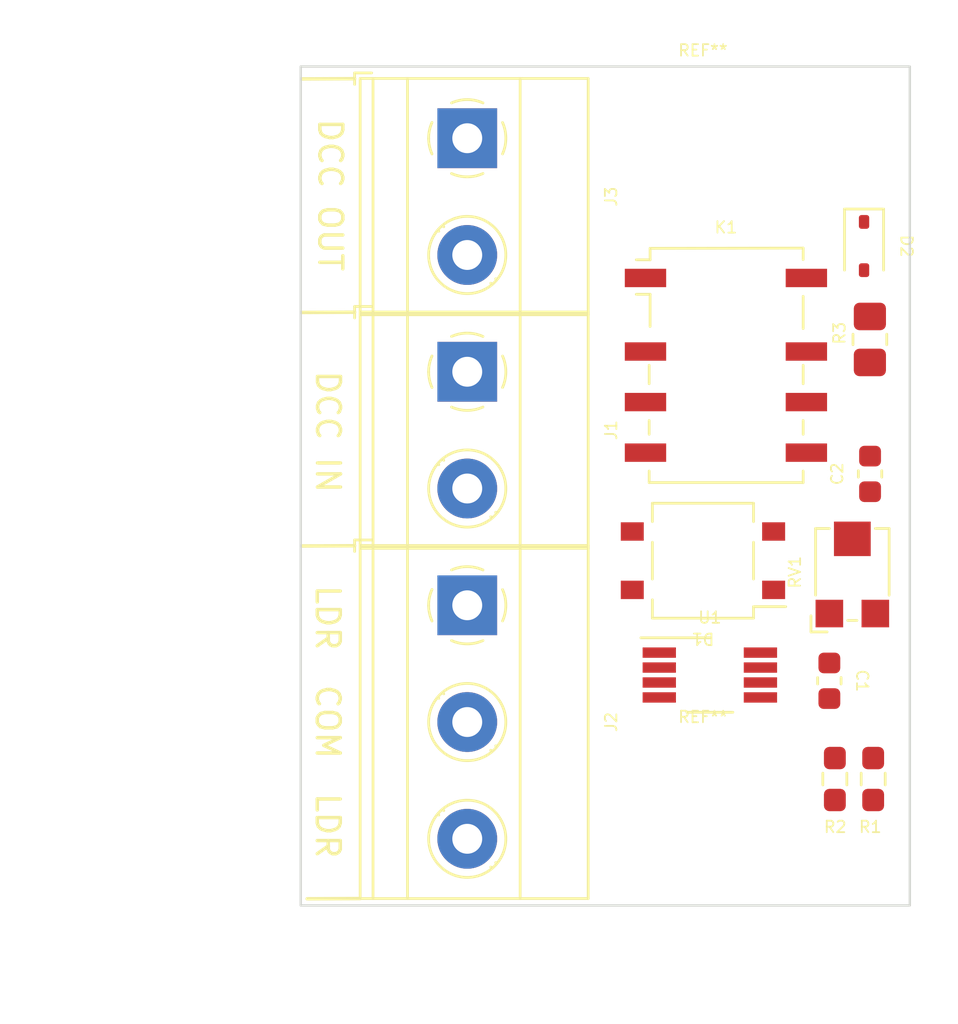
<source format=kicad_pcb>
(kicad_pcb (version 20221018) (generator pcbnew)
  (layers (0 "F.Cu" signal) (31 "B.Cu" signal) (34 "B.Paste" user) (35 "F.Paste" user) (36 "B.SilkS" user "B.Silkscreen") (37 "F.SilkS" user "F.Silkscreen") (38 "B.Mask" user) (39 "F.Mask" user) (44 "Edge.Cuts" user))
  (net 0 "")
  (net 1 "GND")
  (net 2 "/Vadj")
  (net 3 "VCC")
  (net 4 "Net-(D2-K)")
  (net 5 "Net-(D2-A)")
  (net 6 "Net-(J2-Pin_1)")
  (net 7 "Net-(J2-Pin_3)")
  (net 8 "/DCC_IN_B")
  (net 9 "/DCC_IN_A")
  (net 10 "/DCC_OUT_A")
  (net 11 "/DCC_OUT_B")
  (footprint "Package_TO_SOT_SMD:TO-269AA" (layer "F.Cu") (at 192.5 153 180)
    (fp_text reference "D1" (at 0 -3.4 180 unlocked) (layer "F.SilkS") (effects (font (size 0.5 0.5) (thickness 0.075))))
    (fp_text value "MB10S")
    (fp_line (start -2.2 -2.5) (end -2.2 -2) (stroke (width 0.12)) (layer "F.SilkS"))
    (fp_line (start -2.2 -2) (end -3.6 -2) (stroke (width 0.12)) (layer "F.SilkS"))
    (fp_line (start -2.2 -0.8) (end -2.2 0.8) (stroke (width 0.12)) (layer "F.SilkS"))
    (fp_line (start -2.2 2.5) (end -2.2 1.7) (stroke (width 0.12)) (layer "F.SilkS"))
    (fp_line (start 2.2 -2.5) (end -2.2 -2.5) (stroke (width 0.12)) (layer "F.SilkS"))
    (fp_line (start 2.2 -1.7) (end 2.2 -2.5) (stroke (width 0.12)) (layer "F.SilkS"))
    (fp_line (start 2.2 -0.8) (end 2.2 0.8) (stroke (width 0.12)) (layer "F.SilkS"))
    (fp_line (start 2.2 1.7) (end 2.2 2.5) (stroke (width 0.12)) (layer "F.SilkS"))
    (fp_line (start 2.2 2.5) (end -2.2 2.5) (stroke (width 0.12)) (layer "F.SilkS"))
    (pad "1" smd rect (at -3.075 -1.27 180) (size 1 0.8) (layers "F.Cu" "F.Paste" "F.Mask") (net 3 "VCC"))
    (pad "2" smd rect (at -3.075 1.27 180) (size 1 0.8) (layers "F.Cu" "F.Paste" "F.Mask") (net 1 "GND"))
    (pad "3" smd rect (at 3.075 1.27 180) (size 1 0.8) (layers "F.Cu" "F.Paste" "F.Mask") (net 9 "/DCC_IN_A"))
    (pad "4" smd rect (at 3.075 -1.27 180) (size 1 0.8) (layers "F.Cu" "F.Paste" "F.Mask") (net 8 "/DCC_IN_B"))
  )
  (footprint "Capacitor_SMD:C_0603_1608Metric" (layer "F.Cu") (at 198 158.225 -90)
    (fp_text reference "C1" (at 0 -1.43 -90 unlocked) (layer "F.SilkS") (effects (font (size 0.5 0.5) (thickness 0.075))))
    (fp_text value "100nF")
    (fp_line (start -0.14058 -0.51) (end 0.14058 -0.51) (stroke (width 0.12)) (layer "F.SilkS"))
    (fp_line (start -0.14058 0.51) (end 0.14058 0.51) (stroke (width 0.12)) (layer "F.SilkS"))
    (pad "1" smd roundrect (at -0.775 0 270) (size 0.9 0.95) (layers "F.Cu" "F.Paste" "F.Mask") (net 3 "VCC"))
    (pad "2" smd roundrect (at 0.775 0 270) (size 0.9 0.95) (layers "F.Cu" "F.Paste" "F.Mask") (net 1 "GND"))
  )
  (footprint "MountingHole:MountingHole_3.2mm_M3" (layer "F.Cu") (at 192.5 135)
    (fp_text reference "REF**" (at 0 -4.2 unlocked) (layer "F.SilkS") (effects (font (size 0.5 0.5) (thickness 0.075))))
    (fp_text value "MountingHole_3.2mm_M3")
    (pad "" np_thru_hole circle (at 0 0) (size 3.2 3.2) (drill 3.2) (layers "*.Cu" "*.Mask"))
  )
  (footprint "TerminalBlock_Phoenix:TerminalBlock_Phoenix_MKDS-1,5-3-5.08_1x03_P5.08mm_Horizontal" (layer "F.Cu") (at 182.245 154.94 -90)
    (fp_text reference "J2" (at 5.08 -6.26 90 unlocked) (layer "F.SilkS") (effects (font (size 0.5 0.5) (thickness 0.075))))
    (fp_text value "Screw_Terminal_01x03")
    (fp_line (start -2.84 4.16) (end -2.84 4.9) (stroke (width 0.12)) (layer "F.SilkS"))
    (fp_line (start -2.84 4.9) (end -2.34 4.9) (stroke (width 0.12)) (layer "F.SilkS"))
    (fp_line (start -2.6 -5.261) (end -2.6 4.66) (stroke (width 0.12)) (layer "F.SilkS"))
    (fp_line (start -2.6 -5.261) (end 12.76 -5.261) (stroke (width 0.12)) (layer "F.SilkS"))
    (fp_line (start -2.6 -2.301) (end 12.76 -2.301) (stroke (width 0.12)) (layer "F.SilkS"))
    (fp_line (start -2.6 2.6) (end 12.76 2.6) (stroke (width 0.12)) (layer "F.SilkS"))
    (fp_line (start -2.6 4.1) (end 12.76 4.1) (stroke (width 0.12)) (layer "F.SilkS"))
    (fp_line (start -2.6 4.66) (end 12.76 4.66) (stroke (width 0.12)) (layer "F.SilkS"))
    (fp_line (start 3.853 1.023) (end 3.806 1.069) (stroke (width 0.12)) (layer "F.SilkS"))
    (fp_line (start 4.046 1.239) (end 4.011 1.274) (stroke (width 0.12)) (layer "F.SilkS"))
    (fp_line (start 6.15 -1.275) (end 6.115 -1.239) (stroke (width 0.12)) (layer "F.SilkS"))
    (fp_line (start 6.355 -1.069) (end 6.308 -1.023) (stroke (width 0.12)) (layer "F.SilkS"))
    (fp_line (start 8.933 1.023) (end 8.886 1.069) (stroke (width 0.12)) (layer "F.SilkS"))
    (fp_line (start 9.126 1.239) (end 9.091 1.274) (stroke (width 0.12)) (layer "F.SilkS"))
    (fp_line (start 11.23 -1.275) (end 11.195 -1.239) (stroke (width 0.12)) (layer "F.SilkS"))
    (fp_line (start 11.435 -1.069) (end 11.388 -1.023) (stroke (width 0.12)) (layer "F.SilkS"))
    (fp_line (start 12.76 -5.261) (end 12.76 4.66) (stroke (width 0.12)) (layer "F.SilkS"))
    (fp_arc (start -1.535427 0.683042) (mid -1.680501 -0.000524) (end -1.535 -0.684) (stroke (width 0.12)) (layer "F.SilkS"))
    (fp_arc (start -0.683042 -1.535427) (mid 0.000524 -1.680501) (end 0.684 -1.535) (stroke (width 0.12)) (layer "F.SilkS"))
    (fp_arc (start 0.028805 1.680253) (mid -0.335551 1.646659) (end -0.684 1.535) (stroke (width 0.12)) (layer "F.SilkS"))
    (fp_arc (start 0.683318 1.534756) (mid 0.349292 1.643288) (end 0 1.68) (stroke (width 0.12)) (layer "F.SilkS"))
    (fp_arc (start 1.535427 -0.683042) (mid 1.680501 0.000524) (end 1.535 0.684) (stroke (width 0.12)) (layer "F.SilkS"))
    (fp_circle (center 5.08 0) (end 6.76 0) (stroke (width 0.12)) (fill none) (layer "F.SilkS"))
    (fp_circle (center 10.16 0) (end 11.84 0) (stroke (width 0.12)) (fill none) (layer "F.SilkS"))
    (pad "1" thru_hole rect (at 0 0 270) (size 2.6 2.6) (drill 1.3) (layers "*.Cu" "*.Mask") (net 6 "Net-(J2-Pin_1)"))
    (pad "2" thru_hole circle (at 5.08 0 270) (size 2.6 2.6) (drill 1.3) (layers "*.Cu" "*.Mask") (net 1 "GND"))
    (pad "3" thru_hole circle (at 10.16 0 270) (size 2.6 2.6) (drill 1.3) (layers "*.Cu" "*.Mask") (net 7 "Net-(J2-Pin_3)"))
  )
  (footprint "Capacitor_SMD:C_0603_1608Metric" (layer "F.Cu") (at 199.771 149.225 90)
    (fp_text reference "C2" (at 0 -1.43 90 unlocked) (layer "F.SilkS") (effects (font (size 0.5 0.5) (thickness 0.075))))
    (fp_text value "100nF")
    (fp_line (start -0.14058 -0.51) (end 0.14058 -0.51) (stroke (width 0.12)) (layer "F.SilkS"))
    (fp_line (start -0.14058 0.51) (end 0.14058 0.51) (stroke (width 0.12)) (layer "F.SilkS"))
    (pad "1" smd roundrect (at -0.775 0 90) (size 0.9 0.95) (layers "F.Cu" "F.Paste" "F.Mask") (net 2 "/Vadj"))
    (pad "2" smd roundrect (at 0.775 0 90) (size 0.9 0.95) (layers "F.Cu" "F.Paste" "F.Mask") (net 1 "GND"))
  )
  (footprint "custom_kicad_lib_sk:R_0603_smalltext" (layer "F.Cu") (at 198.239 162.5 90)
    (fp_text reference "R2" (at -2.084 0.017 unlocked) (layer "F.SilkS") (effects (font (size 0.5 0.5) (thickness 0.075))))
    (fp_text value "10k")
    (fp_line (start -0.254724 -0.5225) (end 0.254724 -0.5225) (stroke (width 0.12)) (layer "F.SilkS"))
    (fp_line (start -0.254724 0.5225) (end 0.254724 0.5225) (stroke (width 0.12)) (layer "F.SilkS"))
    (pad "1" smd roundrect (at -0.9125 0 90) (size 0.975 0.95) (layers "F.Cu" "F.Paste" "F.Mask") (net 3 "VCC"))
    (pad "2" smd roundrect (at 0.9125 0 90) (size 0.975 0.95) (layers "F.Cu" "F.Paste" "F.Mask") (net 7 "Net-(J2-Pin_3)"))
  )
  (footprint "custom_kicad_lib_sk:R_0603_smalltext" (layer "F.Cu") (at 199.907 162.5 90)
    (fp_text reference "R1" (at -2.084 -0.127 unlocked) (layer "F.SilkS") (effects (font (size 0.5 0.5) (thickness 0.075))))
    (fp_text value "10k")
    (fp_line (start -0.254724 -0.5225) (end 0.254724 -0.5225) (stroke (width 0.12)) (layer "F.SilkS"))
    (fp_line (start -0.254724 0.5225) (end 0.254724 0.5225) (stroke (width 0.12)) (layer "F.SilkS"))
    (pad "1" smd roundrect (at -0.9125 0 90) (size 0.975 0.95) (layers "F.Cu" "F.Paste" "F.Mask") (net 3 "VCC"))
    (pad "2" smd roundrect (at 0.9125 0 90) (size 0.975 0.95) (layers "F.Cu" "F.Paste" "F.Mask") (net 6 "Net-(J2-Pin_1)"))
  )
  (footprint "MountingHole:MountingHole_3.2mm_M3" (layer "F.Cu") (at 192.5 164)
    (fp_text reference "REF**" (at 0 -4.2 unlocked) (layer "F.SilkS") (effects (font (size 0.5 0.5) (thickness 0.075))))
    (fp_text value "MountingHole_3.2mm_M3")
    (pad "" np_thru_hole circle (at 0 0) (size 3.2 3.2) (drill 3.2) (layers "F&B.Cu" "*.Mask"))
  )
  (footprint "TerminalBlock_Phoenix:TerminalBlock_Phoenix_MKDS-1,5-2-5.08_1x02_P5.08mm_Horizontal" (layer "F.Cu") (at 182.245 144.78 -90)
    (fp_text reference "J1" (at 2.54 -6.26 90 unlocked) (layer "F.SilkS") (effects (font (size 0.5 0.5) (thickness 0.075))))
    (fp_text value "Screw_Terminal_01x02")
    (fp_line (start -2.84 4.16) (end -2.84 4.9) (stroke (width 0.12)) (layer "F.SilkS"))
    (fp_line (start -2.84 4.9) (end -2.34 4.9) (stroke (width 0.12)) (layer "F.SilkS"))
    (fp_line (start -2.6 -5.261) (end -2.6 4.66) (stroke (width 0.12)) (layer "F.SilkS"))
    (fp_line (start -2.6 -5.261) (end 7.68 -5.261) (stroke (width 0.12)) (layer "F.SilkS"))
    (fp_line (start -2.6 -2.301) (end 7.68 -2.301) (stroke (width 0.12)) (layer "F.SilkS"))
    (fp_line (start -2.6 2.6) (end 7.68 2.6) (stroke (width 0.12)) (layer "F.SilkS"))
    (fp_line (start -2.6 4.1) (end 7.68 4.1) (stroke (width 0.12)) (layer "F.SilkS"))
    (fp_line (start -2.6 4.66) (end 7.68 4.66) (stroke (width 0.12)) (layer "F.SilkS"))
    (fp_line (start 3.853 1.023) (end 3.806 1.069) (stroke (width 0.12)) (layer "F.SilkS"))
    (fp_line (start 4.046 1.239) (end 4.011 1.274) (stroke (width 0.12)) (layer "F.SilkS"))
    (fp_line (start 6.15 -1.275) (end 6.115 -1.239) (stroke (width 0.12)) (layer "F.SilkS"))
    (fp_line (start 6.355 -1.069) (end 6.308 -1.023) (stroke (width 0.12)) (layer "F.SilkS"))
    (fp_line (start 7.68 -5.261) (end 7.68 4.66) (stroke (width 0.12)) (layer "F.SilkS"))
    (fp_arc (start -1.535427 0.683042) (mid -1.680501 -0.000524) (end -1.535 -0.684) (stroke (width 0.12)) (layer "F.SilkS"))
    (fp_arc (start -0.683042 -1.535427) (mid 0.000524 -1.680501) (end 0.684 -1.535) (stroke (width 0.12)) (layer "F.SilkS"))
    (fp_arc (start 0.028805 1.680253) (mid -0.335551 1.646659) (end -0.684 1.535) (stroke (width 0.12)) (layer "F.SilkS"))
    (fp_arc (start 0.683318 1.534756) (mid 0.349292 1.643288) (end 0 1.68) (stroke (width 0.12)) (layer "F.SilkS"))
    (fp_arc (start 1.535427 -0.683042) (mid 1.680501 0.000524) (end 1.535 0.684) (stroke (width 0.12)) (layer "F.SilkS"))
    (fp_circle (center 5.08 0) (end 6.76 0) (stroke (width 0.12)) (fill none) (layer "F.SilkS"))
    (pad "1" thru_hole rect (at 0 0 270) (size 2.6 2.6) (drill 1.3) (layers "*.Cu" "*.Mask") (net 9 "/DCC_IN_A"))
    (pad "2" thru_hole circle (at 5.08 0 270) (size 2.6 2.6) (drill 1.3) (layers "*.Cu" "*.Mask") (net 8 "/DCC_IN_B"))
  )
  (footprint "Potentiometer_SMD:Potentiometer_Bourns_TC33X_Vertical" (layer "F.Cu") (at 199 153.5 90)
    (fp_text reference "RV1" (at 0 -2.5 90 unlocked) (layer "F.SilkS") (effects (font (size 0.5 0.5) (thickness 0.075))))
    (fp_text value "R_Potentiometer")
    (fp_line (start -2.6 -1.8) (end -2.6 -1.1) (stroke (width 0.12)) (layer "F.SilkS"))
    (fp_line (start -2.1 -0.2) (end -2.1 0.2) (stroke (width 0.12)) (layer "F.SilkS"))
    (fp_line (start -1.9 -1.8) (end -2.6 -1.8) (stroke (width 0.12)) (layer "F.SilkS"))
    (fp_line (start -1 -1.6) (end 1.9 -1.6) (stroke (width 0.12)) (layer "F.SilkS"))
    (fp_line (start -1 1.6) (end 1.9 1.6) (stroke (width 0.12)) (layer "F.SilkS"))
    (fp_line (start 1.9 -1.6) (end 1.9 -1) (stroke (width 0.12)) (layer "F.SilkS"))
    (fp_line (start 1.9 1.6) (end 1.9 1) (stroke (width 0.12)) (layer "F.SilkS"))
    (pad "1" smd rect (at -1.8 -1 90) (size 1.2 1.2) (layers "F.Cu" "F.Paste" "F.Mask") (net 3 "VCC"))
    (pad "2" smd rect (at 1.45 0 90) (size 1.5 1.6) (layers "F.Cu" "F.Paste" "F.Mask") (net 2 "/Vadj"))
    (pad "3" smd rect (at -1.8 1 90) (size 1.2 1.2) (layers "F.Cu" "F.Paste" "F.Mask") (net 1 "GND"))
  )
  (footprint "TerminalBlock_Phoenix:TerminalBlock_Phoenix_MKDS-1,5-2-5.08_1x02_P5.08mm_Horizontal" (layer "F.Cu") (at 182.245 134.62 -90)
    (fp_text reference "J3" (at 2.54 -6.26 90 unlocked) (layer "F.SilkS") (effects (font (size 0.5 0.5) (thickness 0.075))))
    (fp_text value "Screw_Terminal_01x02")
    (fp_line (start -2.84 4.16) (end -2.84 4.9) (stroke (width 0.12)) (layer "F.SilkS"))
    (fp_line (start -2.84 4.9) (end -2.34 4.9) (stroke (width 0.12)) (layer "F.SilkS"))
    (fp_line (start -2.6 -5.261) (end -2.6 4.66) (stroke (width 0.12)) (layer "F.SilkS"))
    (fp_line (start -2.6 -5.261) (end 7.68 -5.261) (stroke (width 0.12)) (layer "F.SilkS"))
    (fp_line (start -2.6 -2.301) (end 7.68 -2.301) (stroke (width 0.12)) (layer "F.SilkS"))
    (fp_line (start -2.6 2.6) (end 7.68 2.6) (stroke (width 0.12)) (layer "F.SilkS"))
    (fp_line (start -2.6 4.1) (end 7.68 4.1) (stroke (width 0.12)) (layer "F.SilkS"))
    (fp_line (start -2.6 4.66) (end 7.68 4.66) (stroke (width 0.12)) (layer "F.SilkS"))
    (fp_line (start 3.853 1.023) (end 3.806 1.069) (stroke (width 0.12)) (layer "F.SilkS"))
    (fp_line (start 4.046 1.239) (end 4.011 1.274) (stroke (width 0.12)) (layer "F.SilkS"))
    (fp_line (start 6.15 -1.275) (end 6.115 -1.239) (stroke (width 0.12)) (layer "F.SilkS"))
    (fp_line (start 6.355 -1.069) (end 6.308 -1.023) (stroke (width 0.12)) (layer "F.SilkS"))
    (fp_line (start 7.68 -5.261) (end 7.68 4.66) (stroke (width 0.12)) (layer "F.SilkS"))
    (fp_arc (start -1.535427 0.683042) (mid -1.680501 -0.000524) (end -1.535 -0.684) (stroke (width 0.12)) (layer "F.SilkS"))
    (fp_arc (start -0.683042 -1.535427) (mid 0.000524 -1.680501) (end 0.684 -1.535) (stroke (width 0.12)) (layer "F.SilkS"))
    (fp_arc (start 0.028805 1.680253) (mid -0.335551 1.646659) (end -0.684 1.535) (stroke (width 0.12)) (layer "F.SilkS"))
    (fp_arc (start 0.683318 1.534756) (mid 0.349292 1.643288) (end 0 1.68) (stroke (width 0.12)) (layer "F.SilkS"))
    (fp_arc (start 1.535427 -0.683042) (mid 1.680501 0.000524) (end 1.535 0.684) (stroke (width 0.12)) (layer "F.SilkS"))
    (fp_circle (center 5.08 0) (end 6.76 0) (stroke (width 0.12)) (fill none) (layer "F.SilkS"))
    (pad "1" thru_hole rect (at 0 0 270) (size 2.6 2.6) (drill 1.3) (layers "*.Cu" "*.Mask") (net 10 "/DCC_OUT_A"))
    (pad "2" thru_hole circle (at 5.08 0 270) (size 2.6 2.6) (drill 1.3) (layers "*.Cu" "*.Mask") (net 11 "/DCC_OUT_B"))
  )
  (footprint "custom_kicad_lib_sk:R_0805_handsolder-smalltext" (layer "F.Cu") (at 199.763 143.375 90)
    (fp_text reference "R3" (at 0.275 -1.325 90 unlocked) (layer "F.SilkS") (effects (font (size 0.5 0.5) (thickness 0.075))))
    (fp_text value "470R")
    (fp_line (start -0.227064 -0.735) (end 0.227064 -0.735) (stroke (width 0.12)) (layer "F.SilkS"))
    (fp_line (start -0.227064 0.735) (end 0.227064 0.735) (stroke (width 0.12)) (layer "F.SilkS"))
    (pad "1" smd roundrect (at -1 0 90) (size 1.2 1.4) (layers "F.Cu" "F.Paste" "F.Mask") (roundrect_rratio 0.2083333333) (net 3 "VCC"))
    (pad "2" smd roundrect (at 1 0 90) (size 1.2 1.4) (layers "F.Cu" "F.Paste" "F.Mask") (roundrect_rratio 0.2083333333) (net 4 "Net-(D2-K)"))
  )
  (footprint "Relay_SMD:Relay_DPDT_Omron_G6K-2F-Y" (layer "F.Cu") (at 193.5 144.5)
    (fp_text reference "K1" (at 0 -6 unlocked) (layer "F.SilkS") (effects (font (size 0.5 0.5) (thickness 0.075))))
    (fp_text value "G6K-2F-Y-TR DC12")
    (fp_line (start -3.34 0.8) (end -3.34 0) (stroke (width 0.12)) (layer "F.SilkS"))
    (fp_line (start -3.34 3) (end -3.34 2.4) (stroke (width 0.12)) (layer "F.SilkS"))
    (fp_line (start -3.34 5.1) (end -3.34 4.6) (stroke (width 0.12)) (layer "F.SilkS"))
    (fp_line (start -3.3 -5.09) (end -3.3 -4.59) (stroke (width 0.12)) (layer "F.SilkS"))
    (fp_line (start -3.3 -5.09) (end 3.36 -5.1) (stroke (width 0.12)) (layer "F.SilkS"))
    (fp_line (start -3.3 -4.59) (end -3.9 -4.59) (stroke (width 0.12)) (layer "F.SilkS"))
    (fp_line (start -3.3 -3.09) (end -3.9 -3.09) (stroke (width 0.12)) (layer "F.SilkS"))
    (fp_line (start -3.3 -1.69) (end -3.3 -3.09) (stroke (width 0.12)) (layer "F.SilkS"))
    (fp_line (start 3.36 -5.1) (end 3.36 -4.6) (stroke (width 0.12)) (layer "F.SilkS"))
    (fp_line (start 3.36 -3) (end 3.36 -1.6) (stroke (width 0.12)) (layer "F.SilkS"))
    (fp_line (start 3.36 0) (end 3.36 0.8) (stroke (width 0.12)) (layer "F.SilkS"))
    (fp_line (start 3.36 2.4) (end 3.36 3) (stroke (width 0.12)) (layer "F.SilkS"))
    (fp_line (start 3.36 4.6) (end 3.36 5.1) (stroke (width 0.12)) (layer "F.SilkS"))
    (fp_line (start 3.36 5.1) (end -3.34 5.1) (stroke (width 0.12)) (layer "F.SilkS"))
    (pad "1" smd rect (at -3.5 -3.8) (size 1.8 0.8) (layers "F.Cu" "F.Paste" "F.Mask") (net 4 "Net-(D2-K)"))
    (pad "2" smd rect (at -3.5 -0.6) (size 1.8 0.8) (layers "F.Cu" "F.Paste" "F.Mask") (net 8 "/DCC_IN_B"))
    (pad "3" smd rect (at -3.5 1.6) (size 1.8 0.8) (layers "F.Cu" "F.Paste" "F.Mask") (net 11 "/DCC_OUT_B"))
    (pad "4" smd rect (at -3.5 3.8) (size 1.8 0.8) (layers "F.Cu" "F.Paste" "F.Mask") (net 9 "/DCC_IN_A"))
    (pad "5" smd rect (at 3.5 3.8) (size 1.8 0.8) (layers "F.Cu" "F.Paste" "F.Mask") (net 8 "/DCC_IN_B"))
    (pad "6" smd rect (at 3.5 1.6) (size 1.8 0.8) (layers "F.Cu" "F.Paste" "F.Mask") (net 10 "/DCC_OUT_A"))
    (pad "7" smd rect (at 3.5 -0.6) (size 1.8 0.8) (layers "F.Cu" "F.Paste" "F.Mask") (net 9 "/DCC_IN_A"))
    (pad "8" smd rect (at 3.5 -3.8) (size 1.8 0.8) (layers "F.Cu" "F.Paste" "F.Mask") (net 5 "Net-(D2-A)"))
  )
  (footprint "Package_SO:VSSOP-8_3.0x3.0mm_P0.65mm" (layer "F.Cu") (at 192.8 157.975)
    (fp_text reference "U1" (at 0 -2.5 unlocked) (layer "F.SilkS") (effects (font (size 0.5 0.5) (thickness 0.075))))
    (fp_text value "LM2903")
    (fp_line (start 0 -1.62) (end -3 -1.62) (stroke (width 0.12)) (layer "F.SilkS"))
    (fp_line (start 1 1.62) (end -1 1.62) (stroke (width 0.12)) (layer "F.SilkS"))
    (pad "1" smd rect (at -2.2 -0.975 270) (size 0.45 1.45) (layers "F.Cu" "F.Paste" "F.Mask") (net 5 "Net-(D2-A)"))
    (pad "2" smd rect (at -2.2 -0.325 270) (size 0.45 1.45) (layers "F.Cu" "F.Paste" "F.Mask") (net 2 "/Vadj"))
    (pad "3" smd rect (at -2.2 0.325 270) (size 0.45 1.45) (layers "F.Cu" "F.Paste" "F.Mask") (net 7 "Net-(J2-Pin_3)"))
    (pad "4" smd rect (at -2.2 0.975 270) (size 0.45 1.45) (layers "F.Cu" "F.Paste" "F.Mask") (net 1 "GND"))
    (pad "5" smd rect (at 2.2 0.975 270) (size 0.45 1.45) (layers "F.Cu" "F.Paste" "F.Mask") (net 6 "Net-(J2-Pin_1)"))
    (pad "6" smd rect (at 2.2 0.325 270) (size 0.45 1.45) (layers "F.Cu" "F.Paste" "F.Mask") (net 2 "/Vadj"))
    (pad "7" smd rect (at 2.2 -0.325 270) (size 0.45 1.45) (layers "F.Cu" "F.Paste" "F.Mask") (net 5 "Net-(D2-A)"))
    (pad "8" smd rect (at 2.2 -0.975 270) (size 0.45 1.45) (layers "F.Cu" "F.Paste" "F.Mask") (net 3 "VCC"))
  )
  (footprint "Diode_SMD:D_SOD-323" (layer "F.Cu") (at 199.509 139.311 -90)
    (fp_text reference "D2" (at 0 -1.85 -90 unlocked) (layer "F.SilkS") (effects (font (size 0.5 0.5) (thickness 0.075))))
    (fp_text value "1N4148WS")
    (fp_line (start -1.61 -0.85) (end -1.61 0.85) (stroke (width 0.12)) (layer "F.SilkS"))
    (fp_line (start -1.61 -0.85) (end 1.05 -0.85) (stroke (width 0.12)) (layer "F.SilkS"))
    (fp_line (start -1.61 0.85) (end 1.05 0.85) (stroke (width 0.12)) (layer "F.SilkS"))
    (pad "1" smd roundrect (at -1.05 0 270) (size 0.6 0.45) (layers "F.Cu" "F.Paste" "F.Mask") (net 4 "Net-(D2-K)"))
    (pad "2" smd roundrect (at 1.05 0 270) (size 0.6 0.45) (layers "F.Cu" "F.Paste" "F.Mask") (net 5 "Net-(D2-A)"))
  )
  (gr_line (start 177.585 167.7) (end 175.28 167.71) (stroke (width 0.15)) (layer "F.SilkS"))
  (gr_line (start 177.345 152.35) (end 175.04 152.36) (stroke (width 0.15)) (layer "F.SilkS"))
  (gr_line (start 177.345 142.19) (end 175.04 142.2) (stroke (width 0.15)) (layer "F.SilkS"))
  (gr_line (start 177.345 132.03) (end 175.04 132.04) (stroke (width 0.15)) (layer "F.SilkS"))
  (gr_rect (start 175 131.5) (end 201.5 168) (stroke (width 0.1)) (fill none) (layer "Edge.Cuts"))
  (gr_text "DCC IN" (at 175.6 147.39 270) (layer "F.SilkS") (effects (font (size 1 1)) (justify bottom)))
  (gr_text "LDR  COM  LDR" (at 175.59 160.01 270) (layer "F.SilkS") (effects (font (size 1 1)) (justify bottom)))
  (gr_text "DCC OUT" (at 175.7 137.09 270) (layer "F.SilkS") (effects (font (size 1 1)) (justify bottom)))
)
</source>
